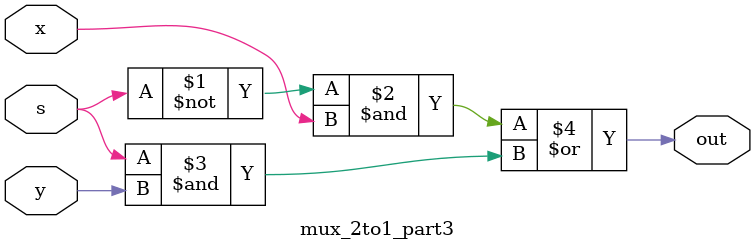
<source format=v>
module part3(out, x, s);
input [2:0] x;
output out;
input [1:0] s;
wire out1;
mux_2to1_part3 mux1(out1,x[2],x[1], s[0]);
mux_2to1_part3 mux2(out, out1, x[0] ,s[1]);
endmodule

module mux_2to1_part3(out, x, y, s);
input x, y, s;
output out;
assign out = (~s&x)|(s&y);
endmodule
</source>
